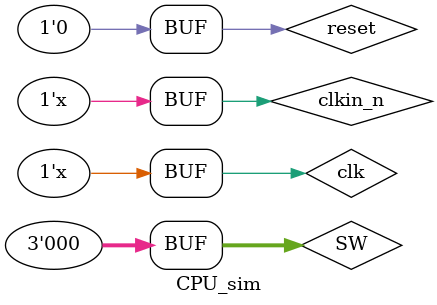
<source format=v>
`timescale 1ns / 1ps
module CPU_sim();
    // input
    reg clk;                    // clk for LED_display
    reg reset;                  // reset sign
    reg clkin_n;                  // clkin for PC
    reg [2:0]SW;                // select data to LED_display
    // output
    wire [7:0] LED_display;     // Seven segment nixie tube display
    wire [3:0] LED_pos;         // position selection
    Single_circle_CPU CPU(
        .clk(clk),
        .clkin_n(clkin_n),
        .reset(reset),
        .SW(SW),
        .LED_display(LED_display),
        .LED_pos(LED_pos)
    );

    always #3 clk = ~clk; // 周期为ns
    always #18 clkin_n = ~clkin_n; // 周期为ns
    initial begin
        clk <= 0;
        clkin_n <= 0;
        reset <= 1;
        SW <= 3'b000;
        #60 reset = 0; // 从100ns开始仿真输出
    end
endmodule

</source>
